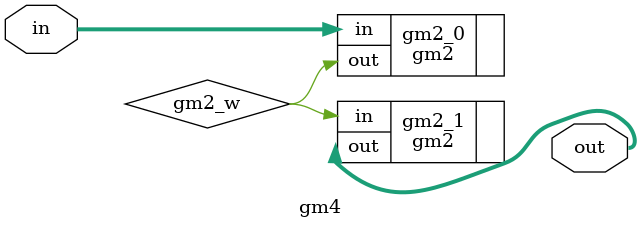
<source format=sv>
module gm4 (input logic [7:0] in,
            output logic [7:0] out);
            
logic gm2_w;

gm2 gm2_0 (.in (in),
         .out(gm2_w));
         
gm2 gm2_1 (.in (gm2_w),
         .out(out));
                
    
endmodule
</source>
